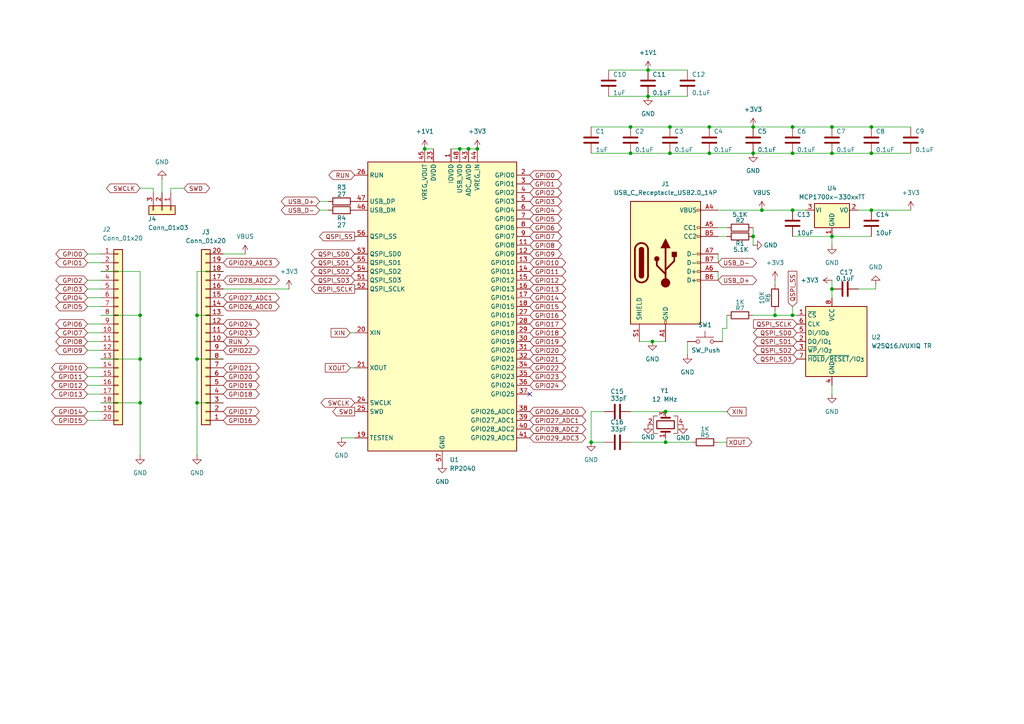
<source format=kicad_sch>
(kicad_sch (version 20250114) (generator "eeschema") (generator_version "9.0")
  (paper "A4")
  (lib_symbols
    (symbol "Connector:USB_C_Receptacle_USB2.0_14P" (pin_names (offset 1.016))
      (property "Reference" "J" (at 0 22.225 0))
      (property "Value" "USB_C_Receptacle_USB2.0_14P" (at 0 19.685 0))
      (symbol "USB_C_Receptacle_USB2.0_14P_0_0"
        (rectangle (start -0.254 -17.78) (end 0.254 -16.764))
        (rectangle (start 10.16 15.494) (end 9.144 14.986))
        (rectangle (start 10.16 10.414) (end 9.144 9.906))
        (rectangle (start 10.16 7.874) (end 9.144 7.366))
        (rectangle (start 10.16 2.794) (end 9.144 2.286))
        (rectangle (start 10.16 0.254) (end 9.144 -0.254))
        (rectangle (start 10.16 -2.286) (end 9.144 -2.794))
        (rectangle (start 10.16 -4.826) (end 9.144 -5.334))
      )
      (symbol "USB_C_Receptacle_USB2.0_14P_0_1"
        (rectangle (start -10.16 17.78) (end 10.16 -17.78) (stroke (width 0.254)) (fill (type background)))
        (polyline (pts (xy -8.89 -3.81) (xy -8.89 3.81)) (stroke (width 0.508)))
        (rectangle (start -7.62 -3.81) (end -6.35 3.81) (stroke (width 0.254)) (fill (type outline)))
        (arc (start -7.62 3.81) (mid -6.985 4.4423) (end -6.35 3.81) (stroke (width 0.254)))
        (arc (start -7.62 3.81) (mid -6.985 4.4423) (end -6.35 3.81) (stroke (width 0.254)) (fill (type outline)))
        (arc (start -8.89 3.81) (mid -6.985 5.7067) (end -5.08 3.81) (stroke (width 0.508)))
        (arc (start -5.08 -3.81) (mid -6.985 -5.7067) (end -8.89 -3.81) (stroke (width 0.508)))
        (arc (start -6.35 -3.81) (mid -6.985 -4.4423) (end -7.62 -3.81) (stroke (width 0.254)))
        (arc (start -6.35 -3.81) (mid -6.985 -4.4423) (end -7.62 -3.81) (stroke (width 0.254)) (fill (type outline)))
        (polyline (pts (xy -5.08 3.81) (xy -5.08 -3.81)) (stroke (width 0.508)))
        (circle (center -2.54 1.143) (radius 0.635) (stroke (width 0.254)) (fill (type outline)))
        (polyline (pts (xy -1.27 4.318) (xy 0 6.858) (xy 1.27 4.318) (xy -1.27 4.318)) (stroke (width 0.254)) (fill (type outline)))
        (polyline (pts (xy 0 -2.032) (xy 2.54 0.508) (xy 2.54 1.778)) (stroke (width 0.508)))
        (polyline (pts (xy 0 -3.302) (xy -2.54 -0.762) (xy -2.54 0.508)) (stroke (width 0.508)))
        (polyline (pts (xy 0 -5.842) (xy 0 4.318)) (stroke (width 0.508)))
        (circle (center 0 -5.842) (radius 1.27) (fill (type outline)))
        (rectangle (start 1.905 1.778) (end 3.175 3.048) (stroke (width 0.254)) (fill (type outline)))
      )
      (symbol "USB_C_Receptacle_USB2.0_14P_1_1"
        (pin passive line (at -7.62 -22.86 90) (length 5.08) (name "SHIELD") (number "S1"))
        (pin passive line (at 0 -22.86 90) (length 5.08) (name "GND") (number "A1"))
        (pin passive line (at 0 -22.86 90) (length 5.08) (hide yes) (name "GND") (number "A12"))
        (pin passive line (at 0 -22.86 90) (length 5.08) (hide yes) (name "GND") (number "B1"))
        (pin passive line (at 0 -22.86 90) (length 5.08) (hide yes) (name "GND") (number "B12"))
        (pin passive line (at 15.24 15.24 180) (length 5.08) (name "VBUS") (number "A4"))
        (pin passive line (at 15.24 15.24 180) (length 5.08) (hide yes) (name "VBUS") (number "A9"))
        (pin passive line (at 15.24 15.24 180) (length 5.08) (hide yes) (name "VBUS") (number "B4"))
        (pin passive line (at 15.24 15.24 180) (length 5.08) (hide yes) (name "VBUS") (number "B9"))
        (pin bidirectional line (at 15.24 10.16 180) (length 5.08) (name "CC1") (number "A5"))
        (pin bidirectional line (at 15.24 7.62 180) (length 5.08) (name "CC2") (number "B5"))
        (pin bidirectional line (at 15.24 2.54 180) (length 5.08) (name "D-") (number "A7"))
        (pin bidirectional line (at 15.24 0 180) (length 5.08) (name "D-") (number "B7"))
        (pin bidirectional line (at 15.24 -2.54 180) (length 5.08) (name "D+") (number "A6"))
        (pin bidirectional line (at 15.24 -5.08 180) (length 5.08) (name "D+") (number "B6"))
      )
    )
    (symbol "Connector_Generic:Conn_01x03" (pin_names (offset 1.016) (hide yes))
      (property "Reference" "J" (at 0 5.08 0))
      (property "Value" "Conn_01x03" (at 0 -5.08 0))
      (symbol "Conn_01x03_1_1"
        (rectangle (start -1.27 3.81) (end 1.27 -3.81) (stroke (width 0.254)) (fill (type background)))
        (rectangle (start -1.27 2.667) (end 0 2.413) (stroke (width 0.1524)))
        (rectangle (start -1.27 0.127) (end 0 -0.127) (stroke (width 0.1524)))
        (rectangle (start -1.27 -2.413) (end 0 -2.667) (stroke (width 0.1524)))
        (pin passive line (at -5.08 2.54 0) (length 3.81) (name "Pin_1") (number "1"))
        (pin passive line (at -5.08 0 0) (length 3.81) (name "Pin_2") (number "2"))
        (pin passive line (at -5.08 -2.54 0) (length 3.81) (name "Pin_3") (number "3"))
      )
    )
    (symbol "Connector_Generic:Conn_01x20" (pin_names (offset 1.016) (hide yes))
      (property "Reference" "J" (at 0 25.4 0))
      (property "Value" "Conn_01x20" (at 0 -27.94 0))
      (symbol "Conn_01x20_1_1"
        (rectangle (start -1.27 24.13) (end 1.27 -26.67) (stroke (width 0.254)) (fill (type background)))
        (rectangle (start -1.27 22.987) (end 0 22.733) (stroke (width 0.1524)))
        (rectangle (start -1.27 20.447) (end 0 20.193) (stroke (width 0.1524)))
        (rectangle (start -1.27 17.907) (end 0 17.653) (stroke (width 0.1524)))
        (rectangle (start -1.27 15.367) (end 0 15.113) (stroke (width 0.1524)))
        (rectangle (start -1.27 12.827) (end 0 12.573) (stroke (width 0.1524)))
        (rectangle (start -1.27 10.287) (end 0 10.033) (stroke (width 0.1524)))
        (rectangle (start -1.27 7.747) (end 0 7.493) (stroke (width 0.1524)))
        (rectangle (start -1.27 5.207) (end 0 4.953) (stroke (width 0.1524)))
        (rectangle (start -1.27 2.667) (end 0 2.413) (stroke (width 0.1524)))
        (rectangle (start -1.27 0.127) (end 0 -0.127) (stroke (width 0.1524)))
        (rectangle (start -1.27 -2.413) (end 0 -2.667) (stroke (width 0.1524)))
        (rectangle (start -1.27 -4.953) (end 0 -5.207) (stroke (width 0.1524)))
        (rectangle (start -1.27 -7.493) (end 0 -7.747) (stroke (width 0.1524)))
        (rectangle (start -1.27 -10.033) (end 0 -10.287) (stroke (width 0.1524)))
        (rectangle (start -1.27 -12.573) (end 0 -12.827) (stroke (width 0.1524)))
        (rectangle (start -1.27 -15.113) (end 0 -15.367) (stroke (width 0.1524)))
        (rectangle (start -1.27 -17.653) (end 0 -17.907) (stroke (width 0.1524)))
        (rectangle (start -1.27 -20.193) (end 0 -20.447) (stroke (width 0.1524)))
        (rectangle (start -1.27 -22.733) (end 0 -22.987) (stroke (width 0.1524)))
        (rectangle (start -1.27 -25.273) (end 0 -25.527) (stroke (width 0.1524)))
        (pin passive line (at -5.08 22.86 0) (length 3.81) (name "Pin_1") (number "1"))
        (pin passive line (at -5.08 20.32 0) (length 3.81) (name "Pin_2") (number "2"))
        (pin passive line (at -5.08 17.78 0) (length 3.81) (name "Pin_3") (number "3"))
        (pin passive line (at -5.08 15.24 0) (length 3.81) (name "Pin_4") (number "4"))
        (pin passive line (at -5.08 12.7 0) (length 3.81) (name "Pin_5") (number "5"))
        (pin passive line (at -5.08 10.16 0) (length 3.81) (name "Pin_6") (number "6"))
        (pin passive line (at -5.08 7.62 0) (length 3.81) (name "Pin_7") (number "7"))
        (pin passive line (at -5.08 5.08 0) (length 3.81) (name "Pin_8") (number "8"))
        (pin passive line (at -5.08 2.54 0) (length 3.81) (name "Pin_9") (number "9"))
        (pin passive line (at -5.08 0 0) (length 3.81) (name "Pin_10") (number "10"))
        (pin passive line (at -5.08 -2.54 0) (length 3.81) (name "Pin_11") (number "11"))
        (pin passive line (at -5.08 -5.08 0) (length 3.81) (name "Pin_12") (number "12"))
        (pin passive line (at -5.08 -7.62 0) (length 3.81) (name "Pin_13") (number "13"))
        (pin passive line (at -5.08 -10.16 0) (length 3.81) (name "Pin_14") (number "14"))
        (pin passive line (at -5.08 -12.7 0) (length 3.81) (name "Pin_15") (number "15"))
        (pin passive line (at -5.08 -15.24 0) (length 3.81) (name "Pin_16") (number "16"))
        (pin passive line (at -5.08 -17.78 0) (length 3.81) (name "Pin_17") (number "17"))
        (pin passive line (at -5.08 -20.32 0) (length 3.81) (name "Pin_18") (number "18"))
        (pin passive line (at -5.08 -22.86 0) (length 3.81) (name "Pin_19") (number "19"))
        (pin passive line (at -5.08 -25.4 0) (length 3.81) (name "Pin_20") (number "20"))
      )
    )
    (symbol "Device:C" (pin_numbers (hide yes)) (pin_names (offset 0.254))
      (property "Reference" "C" (at 0.635 2.54 0))
      (property "Value" "C" (at 0.635 -2.54 0))
      (symbol "C_0_1"
        (polyline (pts (xy -2.032 0.762) (xy 2.032 0.762)) (stroke (width 0.508)))
        (polyline (pts (xy -2.032 -0.762) (xy 2.032 -0.762)) (stroke (width 0.508)))
      )
      (symbol "C_1_1"
        (pin passive line (at 0 3.81 270) (length 2.794) (name "~") (number "1"))
        (pin passive line (at 0 -3.81 90) (length 2.794) (name "~") (number "2"))
      )
    )
    (symbol "Device:Crystal_GND24" (pin_names (offset 1.016) (hide yes))
      (property "Reference" "Y" (at 3.175 5.08 0))
      (property "Value" "Crystal_GND24" (at 3.175 3.175 0))
      (symbol "Crystal_GND24_0_1"
        (polyline (pts (xy -2.54 2.286) (xy -2.54 3.556) (xy 2.54 3.556) (xy 2.54 2.286)))
        (polyline (pts (xy -2.54 0) (xy -2.032 0)))
        (polyline (pts (xy -2.54 -2.286) (xy -2.54 -3.556) (xy 2.54 -3.556) (xy 2.54 -2.286)))
        (polyline (pts (xy -2.032 -1.27) (xy -2.032 1.27)) (stroke (width 0.508)))
        (rectangle (start -1.143 2.54) (end 1.143 -2.54) (stroke (width 0.3048)))
        (polyline (pts (xy 0 3.556) (xy 0 3.81)))
        (polyline (pts (xy 0 -3.81) (xy 0 -3.556)))
        (polyline (pts (xy 2.032 0) (xy 2.54 0)))
        (polyline (pts (xy 2.032 -1.27) (xy 2.032 1.27)) (stroke (width 0.508)))
      )
      (symbol "Crystal_GND24_1_1"
        (pin passive line (at -3.81 0 0) (length 1.27) (name "1") (number "1"))
        (pin passive line (at 0 5.08 270) (length 1.27) (name "2") (number "2"))
        (pin passive line (at 0 -5.08 90) (length 1.27) (name "4") (number "4"))
        (pin passive line (at 3.81 0 180) (length 1.27) (name "3") (number "3"))
      )
    )
    (symbol "Device:R" (pin_numbers (hide yes)) (pin_names (offset 0))
      (property "Reference" "R" (at 2.032 0 90))
      (property "Value" "R" (at 0 0 90))
      (symbol "R_0_1"
        (rectangle (start -1.016 -2.54) (end 1.016 2.54) (stroke (width 0.254)))
      )
      (symbol "R_1_1"
        (pin passive line (at 0 3.81 270) (length 1.27) (name "~") (number "1"))
        (pin passive line (at 0 -3.81 90) (length 1.27) (name "~") (number "2"))
      )
    )
    (symbol "MCU_RaspberryPi:RP2040"
      (property "Reference" "U" (at 17.78 45.72 0))
      (property "Value" "RP2040" (at 17.78 43.18 0))
      (symbol "RP2040_0_1"
        (rectangle (start -21.59 41.91) (end 21.59 -41.91) (stroke (width 0.254)) (fill (type background)))
      )
      (symbol "RP2040_1_1"
        (pin input line (at -25.4 38.1 0) (length 3.81) (name "RUN") (number "26"))
        (pin bidirectional line (at -25.4 30.48 0) (length 3.81) (name "USB_DP") (number "47"))
        (pin bidirectional line (at -25.4 27.94 0) (length 3.81) (name "USB_DM") (number "46"))
        (pin bidirectional line (at -25.4 20.32 0) (length 3.81) (name "QSPI_SS") (number "56"))
        (pin bidirectional line (at -25.4 15.24 0) (length 3.81) (name "QSPI_SD0") (number "53"))
        (pin bidirectional line (at -25.4 12.7 0) (length 3.81) (name "QSPI_SD1") (number "55"))
        (pin bidirectional line (at -25.4 10.16 0) (length 3.81) (name "QSPI_SD2") (number "54"))
        (pin bidirectional line (at -25.4 7.62 0) (length 3.81) (name "QSPI_SD3") (number "51"))
        (pin output line (at -25.4 5.08 0) (length 3.81) (name "QSPI_SCLK") (number "52"))
        (pin input line (at -25.4 -7.62 0) (length 3.81) (name "XIN") (number "20"))
        (pin passive line (at -25.4 -17.78 0) (length 3.81) (name "XOUT") (number "21"))
        (pin input line (at -25.4 -27.94 0) (length 3.81) (name "SWCLK") (number "24"))
        (pin bidirectional line (at -25.4 -30.48 0) (length 3.81) (name "SWD") (number "25"))
        (pin input line (at -25.4 -38.1 0) (length 3.81) (name "TESTEN") (number "19"))
        (pin power_out line (at -5.08 45.72 270) (length 3.81) (name "VREG_VOUT") (number "45"))
        (pin power_in line (at -2.54 45.72 270) (length 3.81) (name "DVDD") (number "23"))
        (pin passive line (at -2.54 45.72 270) (length 3.81) (hide yes) (name "DVDD") (number "50"))
        (pin power_in line (at 0 -45.72 90) (length 3.81) (name "GND") (number "57"))
        (pin power_in line (at 2.54 45.72 270) (length 3.81) (name "IOVDD") (number "1"))
        (pin passive line (at 2.54 45.72 270) (length 3.81) (hide yes) (name "IOVDD") (number "10"))
        (pin passive line (at 2.54 45.72 270) (length 3.81) (hide yes) (name "IOVDD") (number "22"))
        (pin passive line (at 2.54 45.72 270) (length 3.81) (hide yes) (name "IOVDD") (number "33"))
        (pin passive line (at 2.54 45.72 270) (length 3.81) (hide yes) (name "IOVDD") (number "42"))
        (pin passive line (at 2.54 45.72 270) (length 3.81) (hide yes) (name "IOVDD") (number "49"))
        (pin power_in line (at 5.08 45.72 270) (length 3.81) (name "USB_VDD") (number "48"))
        (pin power_in line (at 7.62 45.72 270) (length 3.81) (name "ADC_AVDD") (number "43"))
        (pin power_in line (at 10.16 45.72 270) (length 3.81) (name "VREG_IN") (number "44"))
        (pin bidirectional line (at 25.4 38.1 180) (length 3.81) (name "GPIO0") (number "2"))
        (pin bidirectional line (at 25.4 35.56 180) (length 3.81) (name "GPIO1") (number "3"))
        (pin bidirectional line (at 25.4 33.02 180) (length 3.81) (name "GPIO2") (number "4"))
        (pin bidirectional line (at 25.4 30.48 180) (length 3.81) (name "GPIO3") (number "5"))
        (pin bidirectional line (at 25.4 27.94 180) (length 3.81) (name "GPIO4") (number "6"))
        (pin bidirectional line (at 25.4 25.4 180) (length 3.81) (name "GPIO5") (number "7"))
        (pin bidirectional line (at 25.4 22.86 180) (length 3.81) (name "GPIO6") (number "8"))
        (pin bidirectional line (at 25.4 20.32 180) (length 3.81) (name "GPIO7") (number "9"))
        (pin bidirectional line (at 25.4 17.78 180) (length 3.81) (name "GPIO8") (number "11"))
        (pin bidirectional line (at 25.4 15.24 180) (length 3.81) (name "GPIO9") (number "12"))
        (pin bidirectional line (at 25.4 12.7 180) (length 3.81) (name "GPIO10") (number "13"))
        (pin bidirectional line (at 25.4 10.16 180) (length 3.81) (name "GPIO11") (number "14"))
        (pin bidirectional line (at 25.4 7.62 180) (length 3.81) (name "GPIO12") (number "15"))
        (pin bidirectional line (at 25.4 5.08 180) (length 3.81) (name "GPIO13") (number "16"))
        (pin bidirectional line (at 25.4 2.54 180) (length 3.81) (name "GPIO14") (number "17"))
        (pin bidirectional line (at 25.4 0 180) (length 3.81) (name "GPIO15") (number "18"))
        (pin bidirectional line (at 25.4 -2.54 180) (length 3.81) (name "GPIO16") (number "27"))
        (pin bidirectional line (at 25.4 -5.08 180) (length 3.81) (name "GPIO17") (number "28"))
        (pin bidirectional line (at 25.4 -7.62 180) (length 3.81) (name "GPIO18") (number "29"))
        (pin bidirectional line (at 25.4 -10.16 180) (length 3.81) (name "GPIO19") (number "30"))
        (pin bidirectional line (at 25.4 -12.7 180) (length 3.81) (name "GPIO20") (number "31"))
        (pin bidirectional line (at 25.4 -15.24 180) (length 3.81) (name "GPIO21") (number "32"))
        (pin bidirectional line (at 25.4 -17.78 180) (length 3.81) (name "GPIO22") (number "34"))
        (pin bidirectional line (at 25.4 -20.32 180) (length 3.81) (name "GPIO23") (number "35"))
        (pin bidirectional line (at 25.4 -22.86 180) (length 3.81) (name "GPIO24") (number "36"))
        (pin bidirectional line (at 25.4 -25.4 180) (length 3.81) (name "GPIO25") (number "37"))
        (pin bidirectional line (at 25.4 -30.48 180) (length 3.81) (name "GPIO26_ADC0") (number "38"))
        (pin bidirectional line (at 25.4 -33.02 180) (length 3.81) (name "GPIO27_ADC1") (number "39"))
        (pin bidirectional line (at 25.4 -35.56 180) (length 3.81) (name "GPIO28_ADC2") (number "40"))
        (pin bidirectional line (at 25.4 -38.1 180) (length 3.81) (name "GPIO29_ADC3") (number "41"))
      )
    )
    (symbol "Memory_Flash:W25Q128JVS"
      (property "Reference" "U" (at -6.35 11.43 0))
      (property "Value" "W25Q128JVS" (at 7.62 11.43 0))
      (symbol "W25Q128JVS_0_1"
        (rectangle (start -7.62 10.16) (end 10.16 -10.16) (stroke (width 0.254)) (fill (type background)))
      )
      (symbol "W25Q128JVS_1_1"
        (pin input line (at -10.16 7.62 0) (length 2.54) (name "~{CS}") (number "1"))
        (pin input line (at -10.16 5.08 0) (length 2.54) (name "CLK") (number "6"))
        (pin bidirectional line (at -10.16 2.54 0) (length 2.54) (name "DI/IO_{0}") (number "5"))
        (pin bidirectional line (at -10.16 0 0) (length 2.54) (name "DO/IO_{1}") (number "2"))
        (pin bidirectional line (at -10.16 -2.54 0) (length 2.54) (name "~{WP}/IO_{2}") (number "3"))
        (pin bidirectional line (at -10.16 -5.08 0) (length 2.54) (name "~{HOLD}/~{RESET}/IO_{3}") (number "7"))
        (pin power_in line (at 0 12.7 270) (length 2.54) (name "VCC") (number "8"))
        (pin power_in line (at 0 -12.7 90) (length 2.54) (name "GND") (number "4"))
      )
    )
    (symbol "Regulator_Linear:MCP1700x-330xxTT" (pin_names (offset 0.254))
      (property "Reference" "U" (at -3.81 3.175 0))
      (property "Value" "MCP1700x-330xxTT" (at 0 3.175 0))
      (symbol "MCP1700x-330xxTT_0_1"
        (rectangle (start -5.08 1.905) (end 5.08 -5.08) (stroke (width 0.254)) (fill (type background)))
      )
      (symbol "MCP1700x-330xxTT_1_1"
        (pin power_in line (at -7.62 0 0) (length 2.54) (name "VI") (number "3"))
        (pin power_in line (at 0 -7.62 90) (length 2.54) (name "GND") (number "1"))
        (pin power_out line (at 7.62 0 180) (length 2.54) (name "VO") (number "2"))
      )
    )
    (symbol "Switch:SW_Push" (pin_numbers (hide yes)) (pin_names (offset 1.016) (hide yes))
      (property "Reference" "SW" (at 1.27 2.54 0))
      (property "Value" "SW_Push" (at 0 -1.524 0))
      (symbol "SW_Push_0_1"
        (circle (center -2.032 0) (radius 0.508))
        (polyline (pts (xy 0 1.27) (xy 0 3.048)))
        (circle (center 2.032 0) (radius 0.508))
        (polyline (pts (xy 2.54 1.27) (xy -2.54 1.27)))
        (pin passive line (at -5.08 0 0) (length 2.54) (name "1") (number "1"))
        (pin passive line (at 5.08 0 180) (length 2.54) (name "2") (number "2"))
      )
    )
    (symbol "power:+1V1" (power) (pin_numbers (hide yes)) (pin_names (offset 0) (hide yes))
      (property "Value" "+1V1" (at 0 3.556 0))
      (symbol "+1V1_0_1"
        (polyline (pts (xy -0.762 1.27) (xy 0 2.54)))
        (polyline (pts (xy 0 2.54) (xy 0.762 1.27)))
        (polyline (pts (xy 0 0) (xy 0 2.54)))
      )
      (symbol "+1V1_1_1"
        (pin power_in line (at 0 0 90) (length 0) (name "~") (number "1"))
      )
    )
    (symbol "power:+3V3" (power) (pin_numbers (hide yes)) (pin_names (offset 0) (hide yes))
      (property "Value" "+3V3" (at 0 3.556 0))
      (symbol "+3V3_0_1"
        (polyline (pts (xy -0.762 1.27) (xy 0 2.54)))
        (polyline (pts (xy 0 2.54) (xy 0.762 1.27)))
        (polyline (pts (xy 0 0) (xy 0 2.54)))
      )
      (symbol "+3V3_1_1"
        (pin power_in line (at 0 0 90) (length 0) (name "~") (number "1"))
      )
    )
    (symbol "power:GND" (power) (pin_numbers (hide yes)) (pin_names (offset 0) (hide yes))
      (property "Value" "GND" (at 0 -3.81 0))
      (symbol "GND_0_1"
        (polyline (pts (xy 0 0) (xy 0 -1.27) (xy 1.27 -1.27) (xy 0 -2.54) (xy -1.27 -1.27) (xy 0 -1.27)))
      )
      (symbol "GND_1_1"
        (pin power_in line (at 0 0 270) (length 0) (name "~") (number "1"))
      )
    )
    (symbol "power:VBUS" (power) (pin_numbers (hide yes)) (pin_names (offset 0) (hide yes))
      (property "Value" "VBUS" (at 0 3.556 0))
      (symbol "VBUS_0_1"
        (polyline (pts (xy -0.762 1.27) (xy 0 2.54)))
        (polyline (pts (xy 0 2.54) (xy 0.762 1.27)))
        (polyline (pts (xy 0 0) (xy 0 2.54)))
      )
      (symbol "VBUS_1_1"
        (pin power_in line (at 0 0 90) (length 0) (name "~") (number "1"))
      )
    )
  )
  (junction (at 189.23 99.06))
  (junction (at 133.35 43.18))
  (junction (at 187.96 20.32))
  (junction (at 252.73 44.45))
  (junction (at 241.3 68.58))
  (junction (at 220.98 60.96))
  (junction (at 40.64 104.14))
  (junction (at 241.3 36.83))
  (junction (at 57.15 91.44))
  (junction (at 218.44 44.45))
  (junction (at 194.31 44.45))
  (junction (at 218.44 36.83))
  (junction (at 57.15 116.84))
  (junction (at 193.04 128.27))
  (junction (at 218.44 68.58))
  (junction (at 40.64 116.84))
  (junction (at 57.15 104.14))
  (junction (at 187.96 27.94))
  (junction (at 252.73 36.83))
  (junction (at 135.89 43.18))
  (junction (at 205.74 44.45))
  (junction (at 171.45 128.27))
  (junction (at 224.79 91.44))
  (junction (at 193.04 119.38))
  (junction (at 194.31 36.83))
  (junction (at 241.3 44.45))
  (junction (at 229.87 36.83))
  (junction (at 123.19 43.18))
  (junction (at 229.87 60.96))
  (junction (at 252.73 60.96))
  (junction (at 138.43 43.18))
  (junction (at 40.64 91.44))
  (junction (at 182.88 36.83))
  (junction (at 241.3 83.82))
  (junction (at 182.88 44.45))
  (junction (at 205.74 36.83))
  (junction (at 229.87 44.45))
  (junction (at 229.87 91.44))
  (no_connect (at 153.67 114.3))
  (wire (pts (xy 254 82.55) (xy 254 83.82)))
  (wire (pts (xy 64.77 73.66) (xy 71.12 73.66)))
  (wire (pts (xy 25.4 73.66) (xy 29.21 73.66)))
  (wire (pts (xy 205.74 36.83) (xy 218.44 36.83)))
  (wire (pts (xy 208.28 68.58) (xy 210.82 68.58)))
  (wire (pts (xy 185.42 99.06) (xy 189.23 99.06)))
  (wire (pts (xy 40.64 116.84) (xy 40.64 132.08)))
  (wire (pts (xy 182.88 119.38) (xy 193.04 119.38)))
  (wire (pts (xy 25.4 96.52) (xy 29.21 96.52)))
  (wire (pts (xy 25.4 81.28) (xy 29.21 81.28)))
  (wire (pts (xy 57.15 78.74) (xy 57.15 91.44)))
  (wire (pts (xy 25.4 83.82) (xy 29.21 83.82)))
  (wire (pts (xy 135.89 43.18) (xy 138.43 43.18)))
  (wire (pts (xy 25.4 101.6) (xy 29.21 101.6)))
  (wire (pts (xy 224.79 90.17) (xy 224.79 91.44)))
  (wire (pts (xy 123.19 43.18) (xy 125.73 43.18)))
  (wire (pts (xy 208.28 73.66) (xy 208.28 76.2)))
  (wire (pts (xy 133.35 43.18) (xy 135.89 43.18)))
  (wire (pts (xy 40.64 54.61) (xy 44.45 54.61)))
  (wire (pts (xy 171.45 36.83) (xy 182.88 36.83)))
  (wire (pts (xy 25.4 121.92) (xy 29.21 121.92)))
  (wire (pts (xy 229.87 44.45) (xy 241.3 44.45)))
  (wire (pts (xy 208.28 128.27) (xy 210.82 128.27)))
  (wire (pts (xy 187.96 20.32) (xy 199.39 20.32)))
  (wire (pts (xy 25.4 114.3) (xy 29.21 114.3)))
  (wire (pts (xy 220.98 60.96) (xy 229.87 60.96)))
  (wire (pts (xy 182.88 44.45) (xy 194.31 44.45)))
  (wire (pts (xy 92.71 58.42) (xy 95.25 58.42)))
  (wire (pts (xy 25.4 88.9) (xy 29.21 88.9)))
  (wire (pts (xy 92.71 60.96) (xy 95.25 60.96)))
  (wire (pts (xy 46.99 52.07) (xy 46.99 55.88)))
  (wire (pts (xy 57.15 116.84) (xy 57.15 132.08)))
  (wire (pts (xy 182.88 128.27) (xy 193.04 128.27)))
  (wire (pts (xy 44.45 54.61) (xy 44.45 55.88)))
  (wire (pts (xy 194.31 44.45) (xy 205.74 44.45)))
  (wire (pts (xy 25.4 109.22) (xy 29.21 109.22)))
  (wire (pts (xy 40.64 78.74) (xy 40.64 91.44)))
  (wire (pts (xy 101.6 106.68) (xy 102.87 106.68)))
  (wire (pts (xy 218.44 68.58) (xy 218.44 71.12)))
  (wire (pts (xy 241.3 68.58) (xy 241.3 71.12)))
  (wire (pts (xy 208.28 60.96) (xy 220.98 60.96)))
  (wire (pts (xy 218.44 36.83) (xy 229.87 36.83)))
  (wire (pts (xy 25.4 93.98) (xy 29.21 93.98)))
  (wire (pts (xy 241.3 111.76) (xy 241.3 114.3)))
  (wire (pts (xy 224.79 91.44) (xy 229.87 91.44)))
  (wire (pts (xy 189.23 99.06) (xy 193.04 99.06)))
  (wire (pts (xy 248.92 60.96) (xy 252.73 60.96)))
  (wire (pts (xy 241.3 83.82) (xy 241.3 86.36)))
  (wire (pts (xy 182.88 36.83) (xy 194.31 36.83)))
  (wire (pts (xy 25.4 111.76) (xy 29.21 111.76)))
  (wire (pts (xy 130.81 43.18) (xy 133.35 43.18)))
  (wire (pts (xy 229.87 36.83) (xy 241.3 36.83)))
  (wire (pts (xy 175.26 119.38) (xy 171.45 119.38)))
  (wire (pts (xy 57.15 104.14) (xy 64.77 104.14)))
  (wire (pts (xy 176.53 27.94) (xy 187.96 27.94)))
  (wire (pts (xy 171.45 128.27) (xy 175.26 128.27)))
  (wire (pts (xy 193.04 119.38) (xy 210.82 119.38)))
  (wire (pts (xy 25.4 99.06) (xy 29.21 99.06)))
  (wire (pts (xy 29.21 116.84) (xy 40.64 116.84)))
  (wire (pts (xy 224.79 81.28) (xy 224.79 82.55)))
  (wire (pts (xy 29.21 104.14) (xy 40.64 104.14)))
  (wire (pts (xy 248.92 83.82) (xy 254 83.82)))
  (wire (pts (xy 57.15 104.14) (xy 57.15 116.84)))
  (wire (pts (xy 229.87 91.44) (xy 231.14 91.44)))
  (wire (pts (xy 210.82 66.04) (xy 208.28 66.04)))
  (wire (pts (xy 25.4 119.38) (xy 29.21 119.38)))
  (wire (pts (xy 57.15 116.84) (xy 64.77 116.84)))
  (wire (pts (xy 210.82 91.44) (xy 210.82 95.25)))
  (wire (pts (xy 187.96 27.94) (xy 199.39 27.94)))
  (wire (pts (xy 208.28 78.74) (xy 208.28 81.28)))
  (wire (pts (xy 25.4 76.2) (xy 29.21 76.2)))
  (wire (pts (xy 241.3 36.83) (xy 252.73 36.83)))
  (wire (pts (xy 193.04 127) (xy 193.04 128.27)))
  (wire (pts (xy 40.64 104.14) (xy 40.64 116.84)))
  (wire (pts (xy 25.4 86.36) (xy 29.21 86.36)))
  (wire (pts (xy 252.73 44.45) (xy 264.16 44.45)))
  (wire (pts (xy 29.21 91.44) (xy 40.64 91.44)))
  (wire (pts (xy 57.15 91.44) (xy 64.77 91.44)))
  (wire (pts (xy 209.55 95.25) (xy 210.82 95.25)))
  (wire (pts (xy 229.87 60.96) (xy 233.68 60.96)))
  (wire (pts (xy 193.04 128.27) (xy 200.66 128.27)))
  (wire (pts (xy 101.6 96.52) (xy 102.87 96.52)))
  (wire (pts (xy 209.55 95.25) (xy 209.55 99.06)))
  (wire (pts (xy 229.87 88.9) (xy 229.87 91.44)))
  (wire (pts (xy 99.06 127) (xy 102.87 127)))
  (wire (pts (xy 241.3 44.45) (xy 252.73 44.45)))
  (wire (pts (xy 40.64 91.44) (xy 40.64 104.14)))
  (wire (pts (xy 171.45 44.45) (xy 182.88 44.45)))
  (wire (pts (xy 57.15 78.74) (xy 64.77 78.74)))
  (wire (pts (xy 199.39 99.06) (xy 199.39 102.87)))
  (wire (pts (xy 49.53 54.61) (xy 53.34 54.61)))
  (wire (pts (xy 25.4 106.68) (xy 29.21 106.68)))
  (wire (pts (xy 241.3 68.58) (xy 252.73 68.58)))
  (wire (pts (xy 194.31 36.83) (xy 205.74 36.83)))
  (wire (pts (xy 49.53 55.88) (xy 49.53 54.61)))
  (wire (pts (xy 229.87 68.58) (xy 241.3 68.58)))
  (wire (pts (xy 171.45 119.38) (xy 171.45 128.27)))
  (wire (pts (xy 218.44 91.44) (xy 224.79 91.44)))
  (wire (pts (xy 218.44 66.04) (xy 218.44 68.58)))
  (wire (pts (xy 176.53 20.32) (xy 187.96 20.32)))
  (wire (pts (xy 64.77 83.82) (xy 83.82 83.82)))
  (wire (pts (xy 252.73 36.83) (xy 264.16 36.83)))
  (wire (pts (xy 218.44 44.45) (xy 229.87 44.45)))
  (wire (pts (xy 29.21 78.74) (xy 40.64 78.74)))
  (wire (pts (xy 205.74 44.45) (xy 218.44 44.45)))
  (wire (pts (xy 241.3 81.28) (xy 241.3 83.82)))
  (wire (pts (xy 57.15 91.44) (xy 57.15 104.14)))
  (wire (pts (xy 252.73 60.96) (xy 264.16 60.96)))
  (global_label "GPIO13" (shape bidirectional) (at 25.4 114.3 180) (property "Intersheetrefs" "${INTERSHEET_REFS}" (effects (hide yes))))
  (global_label "QSPI_SS" (shape output) (at 102.87 68.58 180) (property "Intersheetrefs" "${INTERSHEET_REFS}" (effects (hide yes))))
  (global_label "QSPI_SD0" (shape bidirectional) (at 102.87 73.66 180) (property "Intersheetrefs" "${INTERSHEET_REFS}" (effects (hide yes))))
  (global_label "XOUT" (shape output) (at 210.82 128.27 0) (property "Intersheetrefs" "${INTERSHEET_REFS}" (effects (hide yes))))
  (global_label "GPIO20" (shape bidirectional) (at 64.77 109.22 0) (property "Intersheetrefs" "${INTERSHEET_REFS}" (effects (hide yes))))
  (global_label "QSPI_SD1" (shape bidirectional) (at 102.87 76.2 180) (property "Intersheetrefs" "${INTERSHEET_REFS}" (effects (hide yes))))
  (global_label "GPIO19" (shape bidirectional) (at 153.67 99.06 0) (property "Intersheetrefs" "${INTERSHEET_REFS}" (effects (hide yes))))
  (global_label "XIN" (shape input) (at 210.82 119.38 0) (property "Intersheetrefs" "${INTERSHEET_REFS}" (effects (hide yes))))
  (global_label "SWCLK" (shape bidirectional) (at 40.64 54.61 180) (property "Intersheetrefs" "${INTERSHEET_REFS}" (effects (hide yes))))
  (global_label "USB_D+" (shape bidirectional) (at 92.71 58.42 180) (property "Intersheetrefs" "${INTERSHEET_REFS}" (effects (hide yes))))
  (global_label "SWCLK" (shape bidirectional) (at 102.87 116.84 180) (property "Intersheetrefs" "${INTERSHEET_REFS}" (effects (hide yes))))
  (global_label "GPIO11" (shape bidirectional) (at 25.4 109.22 180) (property "Intersheetrefs" "${INTERSHEET_REFS}" (effects (hide yes))))
  (global_label "QSPI_SS" (shape input) (at 229.87 88.9 90) (property "Intersheetrefs" "${INTERSHEET_REFS}" (effects (hide yes))))
  (global_label "GPIO20" (shape bidirectional) (at 153.67 101.6 0) (property "Intersheetrefs" "${INTERSHEET_REFS}" (effects (hide yes))))
  (global_label "GPIO0" (shape bidirectional) (at 153.67 50.8 0) (property "Intersheetrefs" "${INTERSHEET_REFS}" (effects (hide yes))))
  (global_label "USB_D-" (shape bidirectional) (at 92.71 60.96 180) (property "Intersheetrefs" "${INTERSHEET_REFS}" (effects (hide yes))))
  (global_label "GPIO11" (shape bidirectional) (at 153.67 78.74 0) (property "Intersheetrefs" "${INTERSHEET_REFS}" (effects (hide yes))))
  (global_label "GPIO6" (shape bidirectional) (at 153.67 66.04 0) (property "Intersheetrefs" "${INTERSHEET_REFS}" (effects (hide yes))))
  (global_label "GPIO7" (shape bidirectional) (at 153.67 68.58 0) (property "Intersheetrefs" "${INTERSHEET_REFS}" (effects (hide yes))))
  (global_label "GPIO16" (shape bidirectional) (at 64.77 121.92 0) (property "Intersheetrefs" "${INTERSHEET_REFS}" (effects (hide yes))))
  (global_label "GPIO22" (shape bidirectional) (at 153.67 106.68 0) (property "Intersheetrefs" "${INTERSHEET_REFS}" (effects (hide yes))))
  (global_label "GPIO24" (shape bidirectional) (at 64.77 93.98 0) (property "Intersheetrefs" "${INTERSHEET_REFS}" (effects (hide yes))))
  (global_label "GPIO8" (shape bidirectional) (at 25.4 99.06 180) (property "Intersheetrefs" "${INTERSHEET_REFS}" (effects (hide yes))))
  (global_label "XIN" (shape input) (at 101.6 96.52 180) (property "Intersheetrefs" "${INTERSHEET_REFS}" (effects (hide yes))))
  (global_label "GPIO27_ADC1" (shape bidirectional) (at 153.67 121.92 0) (property "Intersheetrefs" "${INTERSHEET_REFS}" (effects (hide yes))))
  (global_label "USB_D+" (shape bidirectional) (at 208.28 81.28 0) (property "Intersheetrefs" "${INTERSHEET_REFS}" (effects (hide yes))))
  (global_label "GPIO6" (shape bidirectional) (at 25.4 93.98 180) (property "Intersheetrefs" "${INTERSHEET_REFS}" (effects (hide yes))))
  (global_label "GPIO12" (shape bidirectional) (at 25.4 111.76 180) (property "Intersheetrefs" "${INTERSHEET_REFS}" (effects (hide yes))))
  (global_label "QSPI_SCLK" (shape output) (at 102.87 83.82 180) (property "Intersheetrefs" "${INTERSHEET_REFS}" (effects (hide yes))))
  (global_label "GPIO1" (shape bidirectional) (at 153.67 53.34 0) (property "Intersheetrefs" "${INTERSHEET_REFS}" (effects (hide yes))))
  (global_label "GPIO18" (shape bidirectional) (at 153.67 96.52 0) (property "Intersheetrefs" "${INTERSHEET_REFS}" (effects (hide yes))))
  (global_label "GPIO26_ADC0" (shape bidirectional) (at 153.67 119.38 0) (property "Intersheetrefs" "${INTERSHEET_REFS}" (effects (hide yes))))
  (global_label "GPIO17" (shape bidirectional) (at 64.77 119.38 0) (property "Intersheetrefs" "${INTERSHEET_REFS}" (effects (hide yes))))
  (global_label "GPIO27_ADC1" (shape bidirectional) (at 64.77 86.36 0) (property "Intersheetrefs" "${INTERSHEET_REFS}" (effects (hide yes))))
  (global_label "QSPI_SD2" (shape bidirectional) (at 231.14 101.6 180) (property "Intersheetrefs" "${INTERSHEET_REFS}" (effects (hide yes))))
  (global_label "GPIO19" (shape bidirectional) (at 64.77 111.76 0) (property "Intersheetrefs" "${INTERSHEET_REFS}" (effects (hide yes))))
  (global_label "GPIO17" (shape bidirectional) (at 153.67 93.98 0) (property "Intersheetrefs" "${INTERSHEET_REFS}" (effects (hide yes))))
  (global_label "GPIO28_ADC2" (shape bidirectional) (at 64.77 81.28 0) (property "Intersheetrefs" "${INTERSHEET_REFS}" (effects (hide yes))))
  (global_label "GPIO7" (shape bidirectional) (at 25.4 96.52 180) (property "Intersheetrefs" "${INTERSHEET_REFS}" (effects (hide yes))))
  (global_label "QSPI_SCLK" (shape input) (at 231.14 93.98 180) (property "Intersheetrefs" "${INTERSHEET_REFS}" (effects (hide yes))))
  (global_label "GPIO23" (shape bidirectional) (at 64.77 96.52 0) (property "Intersheetrefs" "${INTERSHEET_REFS}" (effects (hide yes))))
  (global_label "GPIO9" (shape bidirectional) (at 25.4 101.6 180) (property "Intersheetrefs" "${INTERSHEET_REFS}" (effects (hide yes))))
  (global_label "GPIO15" (shape bidirectional) (at 25.4 121.92 180) (property "Intersheetrefs" "${INTERSHEET_REFS}" (effects (hide yes))))
  (global_label "GPIO29_ADC3" (shape bidirectional) (at 153.67 127 0) (property "Intersheetrefs" "${INTERSHEET_REFS}" (effects (hide yes))))
  (global_label "GPIO10" (shape bidirectional) (at 153.67 76.2 0) (property "Intersheetrefs" "${INTERSHEET_REFS}" (effects (hide yes))))
  (global_label "QSPI_SD2" (shape bidirectional) (at 102.87 78.74 180) (property "Intersheetrefs" "${INTERSHEET_REFS}" (effects (hide yes))))
  (global_label "GPIO1" (shape bidirectional) (at 25.4 76.2 180) (property "Intersheetrefs" "${INTERSHEET_REFS}" (effects (hide yes))))
  (global_label "GPIO16" (shape bidirectional) (at 153.67 91.44 0) (property "Intersheetrefs" "${INTERSHEET_REFS}" (effects (hide yes))))
  (global_label "QSPI_SD3" (shape bidirectional) (at 102.87 81.28 180) (property "Intersheetrefs" "${INTERSHEET_REFS}" (effects (hide yes))))
  (global_label "GPIO21" (shape bidirectional) (at 153.67 104.14 0) (property "Intersheetrefs" "${INTERSHEET_REFS}" (effects (hide yes))))
  (global_label "GPIO4" (shape bidirectional) (at 153.67 60.96 0) (property "Intersheetrefs" "${INTERSHEET_REFS}" (effects (hide yes))))
  (global_label "GPIO28_ADC2" (shape bidirectional) (at 153.67 124.46 0) (property "Intersheetrefs" "${INTERSHEET_REFS}" (effects (hide yes))))
  (global_label "GPIO10" (shape bidirectional) (at 25.4 106.68 180) (property "Intersheetrefs" "${INTERSHEET_REFS}" (effects (hide yes))))
  (global_label "GPIO4" (shape bidirectional) (at 25.4 86.36 180) (property "Intersheetrefs" "${INTERSHEET_REFS}" (effects (hide yes))))
  (global_label "RUN" (shape bidirectional) (at 102.87 50.8 180) (property "Intersheetrefs" "${INTERSHEET_REFS}" (effects (hide yes))))
  (global_label "GPIO2" (shape bidirectional) (at 25.4 81.28 180) (property "Intersheetrefs" "${INTERSHEET_REFS}" (effects (hide yes))))
  (global_label "SWD" (shape output) (at 102.87 119.38 180) (property "Intersheetrefs" "${INTERSHEET_REFS}" (effects (hide yes))))
  (global_label "GPIO12" (shape bidirectional) (at 153.67 81.28 0) (property "Intersheetrefs" "${INTERSHEET_REFS}" (effects (hide yes))))
  (global_label "QSPI_SD0" (shape bidirectional) (at 231.14 96.52 180) (property "Intersheetrefs" "${INTERSHEET_REFS}" (effects (hide yes))))
  (global_label "GPIO13" (shape bidirectional) (at 153.67 83.82 0) (property "Intersheetrefs" "${INTERSHEET_REFS}" (effects (hide yes))))
  (global_label "GPIO14" (shape bidirectional) (at 25.4 119.38 180) (property "Intersheetrefs" "${INTERSHEET_REFS}" (effects (hide yes))))
  (global_label "GPIO5" (shape bidirectional) (at 153.67 63.5 0) (property "Intersheetrefs" "${INTERSHEET_REFS}" (effects (hide yes))))
  (global_label "GPIO3" (shape bidirectional) (at 153.67 58.42 0) (property "Intersheetrefs" "${INTERSHEET_REFS}" (effects (hide yes))))
  (global_label "USB_D-" (shape bidirectional) (at 208.28 76.2 0) (property "Intersheetrefs" "${INTERSHEET_REFS}" (effects (hide yes))))
  (global_label "GPIO29_ADC3" (shape bidirectional) (at 64.77 76.2 0) (property "Intersheetrefs" "${INTERSHEET_REFS}" (effects (hide yes))))
  (global_label "GPIO2" (shape bidirectional) (at 153.67 55.88 0) (property "Intersheetrefs" "${INTERSHEET_REFS}" (effects (hide yes))))
  (global_label "QSPI_SD3" (shape bidirectional) (at 231.14 104.14 180) (property "Intersheetrefs" "${INTERSHEET_REFS}" (effects (hide yes))))
  (global_label "GPIO26_ADC0" (shape bidirectional) (at 64.77 88.9 0) (property "Intersheetrefs" "${INTERSHEET_REFS}" (effects (hide yes))))
  (global_label "GPIO15" (shape bidirectional) (at 153.67 88.9 0) (property "Intersheetrefs" "${INTERSHEET_REFS}" (effects (hide yes))))
  (global_label "GPIO9" (shape bidirectional) (at 153.67 73.66 0) (property "Intersheetrefs" "${INTERSHEET_REFS}" (effects (hide yes))))
  (global_label "GPIO23" (shape bidirectional) (at 153.67 109.22 0) (property "Intersheetrefs" "${INTERSHEET_REFS}" (effects (hide yes))))
  (global_label "GPIO21" (shape bidirectional) (at 64.77 106.68 0) (property "Intersheetrefs" "${INTERSHEET_REFS}" (effects (hide yes))))
  (global_label "GPIO24" (shape bidirectional) (at 153.67 111.76 0) (property "Intersheetrefs" "${INTERSHEET_REFS}" (effects (hide yes))))
  (global_label "GPIO5" (shape bidirectional) (at 25.4 88.9 180) (property "Intersheetrefs" "${INTERSHEET_REFS}" (effects (hide yes))))
  (global_label "GPIO3" (shape bidirectional) (at 25.4 83.82 180) (property "Intersheetrefs" "${INTERSHEET_REFS}" (effects (hide yes))))
  (global_label "XOUT" (shape input) (at 101.6 106.68 180) (property "Intersheetrefs" "${INTERSHEET_REFS}" (effects (hide yes))))
  (global_label "GPIO0" (shape bidirectional) (at 25.4 73.66 180) (property "Intersheetrefs" "${INTERSHEET_REFS}" (effects (hide yes))))
  (global_label "SWD" (shape bidirectional) (at 53.34 54.61 0) (property "Intersheetrefs" "${INTERSHEET_REFS}" (effects (hide yes))))
  (global_label "GPIO8" (shape bidirectional) (at 153.67 71.12 0) (property "Intersheetrefs" "${INTERSHEET_REFS}" (effects (hide yes))))
  (global_label "RUN" (shape bidirectional) (at 64.77 99.06 0) (property "Intersheetrefs" "${INTERSHEET_REFS}" (effects (hide yes))))
  (global_label "GPIO18" (shape bidirectional) (at 64.77 114.3 0) (property "Intersheetrefs" "${INTERSHEET_REFS}" (effects (hide yes))))
  (global_label "QSPI_SD1" (shape bidirectional) (at 231.14 99.06 180) (property "Intersheetrefs" "${INTERSHEET_REFS}" (effects (hide yes))))
  (global_label "GPIO22" (shape bidirectional) (at 64.77 101.6 0) (property "Intersheetrefs" "${INTERSHEET_REFS}" (effects (hide yes))))
  (global_label "GPIO14" (shape bidirectional) (at 153.67 86.36 0) (property "Intersheetrefs" "${INTERSHEET_REFS}" (effects (hide yes))))
  (symbol (lib_id "Device:C") (at 245.11 83.82 90) (unit 1)
    (property "Reference" "C17" (at 247.396 78.994 90) (effects (justify left)))
    (property "Value" "0.1uF" (at 247.904 80.772 90) (effects (justify left)))
    (property "Footprint" "Capacitor_SMD:C_0402_1005Metric" (effects (hide yes)))
    (property "Description" "Unpolarized capacitor" (effects (hide yes)))
  )
  (symbol (lib_id "Regulator_Linear:MCP1700x-330xxTT") (at 241.3 60.96 0) (unit 1)
    (property "Reference" "U4" (at 241.3 54.61 0))
    (property "Value" "MCP1700x-330xxTT" (at 241.3 57.15 0))
    (property "Footprint" "Package_TO_SOT_SMD:SOT-23" (effects (hide yes)))
    (property "Datasheet" "http://ww1.microchip.com/downloads/en/DeviceDoc/20001826D.pdf" (effects (hide yes)))
    (property "Description" "250mA Low Quiscent Current LDO, 3.3V output, SOT-23" (effects (hide yes)))
  )
  (symbol (lib_id "Device:C") (at 187.96 24.13 0) (unit 1)
    (property "Reference" "C11" (at 189.23 21.59 0) (effects (justify left)))
    (property "Value" "0.1uF" (at 189.23 26.924 0) (effects (justify left)))
    (property "Footprint" "Capacitor_SMD:C_0402_1005Metric" (effects (hide yes)))
    (property "Description" "Unpolarized capacitor" (effects (hide yes)))
  )
  (symbol (lib_id "Device:R") (at 99.06 58.42 90) (unit 1)
    (property "Reference" "R3" (at 99.06 54.356 90))
    (property "Value" "27" (at 99.06 56.388 90))
    (property "Footprint" "Resistor_SMD:R_0402_1005Metric" (effects (hide yes)))
    (property "Description" "Resistor" (effects (hide yes)))
  )
  (symbol (lib_id "power:+3V3") (at 241.3 81.28 90) (unit 1)
    (property "Reference" "#PWR016" (effects (hide yes)))
    (property "Value" "+3V3" (at 237.49 81.2799 90) (effects (justify left)))
    (property "Description" "Power symbol creates a global label with name \"+3V3\"" (effects (hide yes)))
  )
  (symbol (lib_id "Device:R") (at 204.47 128.27 90) (unit 1)
    (property "Reference" "R5" (at 204.47 126.238 90))
    (property "Value" "1K" (at 204.47 124.46 90))
    (property "Footprint" "Resistor_SMD:R_0402_1005Metric" (effects (hide yes)))
    (property "Description" "Resistor" (effects (hide yes)))
  )
  (symbol (lib_id "Connector_Generic:Conn_01x20") (at 34.29 96.52 0) (unit 1)
    (property "Reference" "J2" (at 29.718 66.548 0) (effects (justify left)))
    (property "Value" "Conn_01x20" (at 29.718 69.088 0) (effects (justify left)))
    (property "Footprint" "Library:20_SMD" (effects (hide yes)))
    (property "Description" "Generic connector, single row, 01x20, script generated (kicad-library-utils/schlib/autogen/connector/)" (effects (hide yes)))
  )
  (symbol (lib_id "Connector_Generic:Conn_01x03") (at 46.99 60.96 270) (unit 1)
    (property "Reference" "J4" (at 42.926 63.5 90) (effects (justify left)))
    (property "Value" "Conn_01x03" (at 42.926 66.04 90) (effects (justify left)))
    (property "Footprint" "Library:3_SMD" (effects (hide yes)))
    (property "Description" "Generic connector, single row, 01x03, script generated (kicad-library-utils/schlib/autogen/connector/)" (effects (hide yes)))
  )
  (symbol (lib_id "Device:C") (at 182.88 40.64 0) (unit 1)
    (property "Reference" "C2" (at 184.15 38.1 0) (effects (justify left)))
    (property "Value" "0.1uF" (at 184.15 43.434 0) (effects (justify left)))
    (property "Footprint" "Capacitor_SMD:C_0402_1005Metric" (effects (hide yes)))
    (property "Description" "Unpolarized capacitor" (effects (hide yes)))
  )
  (symbol (lib_id "Device:R") (at 214.63 66.04 90) (unit 1)
    (property "Reference" "R2" (at 214.63 64.008 90))
    (property "Value" "5.1K" (at 214.63 62.23 90))
    (property "Footprint" "Resistor_SMD:R_0402_1005Metric" (effects (hide yes)))
    (property "Description" "Resistor" (effects (hide yes)))
  )
  (symbol (lib_id "power:GND") (at 241.3 71.12 0) (unit 1)
    (property "Reference" "#PWR010" (effects (hide yes)))
    (property "Value" "GND" (at 241.3 76.2 0))
    (property "Description" "Power symbol creates a global label with name \"GND\" , ground" (effects (hide yes)))
  )
  (symbol (lib_id "Device:C") (at 194.31 40.64 0) (unit 1)
    (property "Reference" "C3" (at 195.58 38.1 0) (effects (justify left)))
    (property "Value" "0.1uF" (at 195.58 43.434 0) (effects (justify left)))
    (property "Footprint" "Capacitor_SMD:C_0402_1005Metric" (effects (hide yes)))
    (property "Description" "Unpolarized capacitor" (effects (hide yes)))
  )
  (symbol (lib_id "Device:C") (at 176.53 24.13 0) (unit 1)
    (property "Reference" "C10" (at 177.8 21.59 0) (effects (justify left)))
    (property "Value" "1uF" (at 177.8 26.924 0) (effects (justify left)))
    (property "Footprint" "Capacitor_SMD:C_0402_1005Metric" (effects (hide yes)))
    (property "Description" "Unpolarized capacitor" (effects (hide yes)))
  )
  (symbol (lib_id "power:GND") (at 189.23 99.06 0) (unit 1)
    (property "Reference" "#PWR08" (effects (hide yes)))
    (property "Value" "GND" (at 189.23 104.14 0))
    (property "Description" "Power symbol creates a global label with name \"GND\" , ground" (effects (hide yes)))
  )
  (symbol (lib_id "Connector_Generic:Conn_01x20") (at 59.69 99.06 180) (unit 1)
    (property "Reference" "J3" (at 59.69 67.31 0))
    (property "Value" "Conn_01x20" (at 59.69 69.85 0))
    (property "Footprint" "Library:20_SMD" (effects (hide yes)))
    (property "Description" "Generic connector, single row, 01x20, script generated (kicad-library-utils/schlib/autogen/connector/)" (effects (hide yes)))
  )
  (symbol (lib_id "Device:R") (at 224.79 86.36 180) (unit 1)
    (property "Reference" "R6" (at 222.758 86.36 90))
    (property "Value" "10K" (at 220.98 86.36 90))
    (property "Footprint" "Resistor_SMD:R_0402_1005Metric" (effects (hide yes)))
    (property "Description" "Resistor" (effects (hide yes)))
  )
  (symbol (lib_id "power:+3V3") (at 138.43 43.18 0) (unit 1)
    (property "Reference" "#PWR02" (effects (hide yes)))
    (property "Value" "+3V3" (at 138.43 38.1 0))
    (property "Description" "Power symbol creates a global label with name \"+3V3\"" (effects (hide yes)))
  )
  (symbol (lib_id "MCU_RaspberryPi:RP2040") (at 128.27 88.9 0) (unit 1)
    (property "Reference" "U1" (at 130.4133 133.35 0) (effects (justify left)))
    (property "Value" "RP2040" (at 130.4133 135.89 0) (effects (justify left)))
    (property "Footprint" "Package_DFN_QFN:QFN-56-1EP_7x7mm_P0.4mm_EP3.2x3.2mm" (effects (hide yes)))
    (property "Datasheet" "https://datasheets.raspberrypi.com/rp2040/rp2040-datasheet.pdf" (effects (hide yes)))
    (property "Description" "A microcontroller by Raspberry Pi" (effects (hide yes)))
  )
  (symbol (lib_id "power:GND") (at 187.96 27.94 0) (unit 1)
    (property "Reference" "#PWR06" (effects (hide yes)))
    (property "Value" "GND" (at 187.96 33.02 0))
    (property "Description" "Power symbol creates a global label with name \"GND\" , ground" (effects (hide yes)))
  )
  (symbol (lib_id "Switch:SW_Push") (at 204.47 99.06 0) (unit 1)
    (property "Reference" "SW1" (at 204.47 94.234 0))
    (property "Value" "SW_Push" (at 204.724 101.6 0))
    (property "Footprint" "Button_Switch_SMD:SW_Push_SPST_NO_Alps_SKRK" (effects (hide yes)))
    (property "Description" "Push button switch, generic, two pins" (effects (hide yes)))
  )
  (symbol (lib_id "Device:C") (at 229.87 64.77 0) (unit 1)
    (property "Reference" "C13" (at 231.14 62.23 0) (effects (justify left)))
    (property "Value" "10uF" (at 231.14 67.564 0) (effects (justify left)))
    (property "Footprint" "Capacitor_SMD:C_0402_1005Metric" (effects (hide yes)))
    (property "Description" "Unpolarized capacitor" (effects (hide yes)))
  )
  (symbol (lib_id "Connector:USB_C_Receptacle_USB2.0_14P") (at 193.04 76.2 0) (unit 1)
    (property "Reference" "J1" (at 193.04 53.34 0))
    (property "Value" "USB_C_Receptacle_USB2.0_14P" (at 193.04 55.88 0))
    (property "Footprint" "Connector_USB:USB_C_Receptacle_HRO_TYPE-C-31-M-12" (effects (hide yes)))
    (property "Datasheet" "https://www.usb.org/sites/default/files/documents/usb_type-c.zip" (effects (hide yes)))
    (property "Description" "USB 2.0-only 14P Type-C Receptacle connector" (effects (hide yes)))
  )
  (symbol (lib_id "Device:C") (at 179.07 119.38 90) (unit 1)
    (property "Reference" "C15" (at 177.038 113.538 90) (effects (justify right)))
    (property "Value" "33pF" (at 177.038 115.57 90) (effects (justify right)))
    (property "Footprint" "Capacitor_SMD:C_0402_1005Metric" (effects (hide yes)))
    (property "Description" "Unpolarized capacitor" (effects (hide yes)))
  )
  (symbol (lib_id "Device:C") (at 171.45 40.64 0) (unit 1)
    (property "Reference" "C1" (at 172.72 38.1 0) (effects (justify left)))
    (property "Value" "1uF" (at 172.72 43.434 0) (effects (justify left)))
    (property "Footprint" "Capacitor_SMD:C_0402_1005Metric" (effects (hide yes)))
    (property "Description" "Unpolarized capacitor" (effects (hide yes)))
  )
  (symbol (lib_id "power:+1V1") (at 187.96 20.32 0) (unit 1)
    (property "Reference" "#PWR05" (effects (hide yes)))
    (property "Value" "+1V1" (at 187.96 15.24 0))
    (property "Description" "Power symbol creates a global label with name \"+1V1\"" (effects (hide yes)))
  )
  (symbol (lib_id "Device:C") (at 229.87 40.64 0) (unit 1)
    (property "Reference" "C6" (at 231.14 38.1 0) (effects (justify left)))
    (property "Value" "0.1uF" (at 231.14 43.434 0) (effects (justify left)))
    (property "Footprint" "Capacitor_SMD:C_0402_1005Metric" (effects (hide yes)))
    (property "Description" "Unpolarized capacitor" (effects (hide yes)))
  )
  (symbol (lib_id "Device:C") (at 205.74 40.64 0) (unit 1)
    (property "Reference" "C4" (at 207.01 38.1 0) (effects (justify left)))
    (property "Value" "0.1uF" (at 207.01 43.434 0) (effects (justify left)))
    (property "Footprint" "Capacitor_SMD:C_0402_1005Metric" (effects (hide yes)))
    (property "Description" "Unpolarized capacitor" (effects (hide yes)))
  )
  (symbol (lib_id "Device:C") (at 179.07 128.27 90) (unit 1)
    (property "Reference" "C16" (at 177.038 122.428 90) (effects (justify right)))
    (property "Value" "33pF" (at 177.038 124.46 90) (effects (justify right)))
    (property "Footprint" "Capacitor_SMD:C_0402_1005Metric" (effects (hide yes)))
    (property "Description" "Unpolarized capacitor" (effects (hide yes)))
  )
  (symbol (lib_id "power:GND") (at 254 82.55 180) (unit 1)
    (property "Reference" "#PWR018" (effects (hide yes)))
    (property "Value" "GND" (at 254 77.47 0))
    (property "Description" "Power symbol creates a global label with name \"GND\" , ground" (effects (hide yes)))
  )
  (symbol (lib_id "power:GND") (at 187.96 123.19 0) (unit 1)
    (property "Reference" "#PWR014" (effects (hide yes)))
    (property "Value" "GND" (at 187.96 126.746 0))
    (property "Description" "Power symbol creates a global label with name \"GND\" , ground" (effects (hide yes)))
  )
  (symbol (lib_id "Device:C") (at 252.73 40.64 0) (unit 1)
    (property "Reference" "C8" (at 254 38.1 0) (effects (justify left)))
    (property "Value" "0.1uF" (at 254 43.434 0) (effects (justify left)))
    (property "Footprint" "Capacitor_SMD:C_0402_1005Metric" (effects (hide yes)))
    (property "Description" "Unpolarized capacitor" (effects (hide yes)))
  )
  (symbol (lib_id "Memory_Flash:W25Q128JVS") (at 241.3 99.06 0) (unit 1)
    (property "Reference" "U2" (at 252.73 97.7899 0) (effects (justify left)))
    (property "Value" "W25Q16JVUXIQ TR" (at 252.73 100.3299 0) (effects (justify left)))
    (property "Footprint" "Package_SON:Winbond_USON-8-1EP_3x2mm_P0.5mm_EP0.2x1.6mm" (effects (hide yes)))
  )
  (symbol (lib_id "power:GND") (at 128.27 134.62 0) (unit 1)
    (property "Reference" "#PWR07" (effects (hide yes)))
    (property "Value" "GND" (at 128.27 139.7 0))
    (property "Description" "Power symbol creates a global label with name \"GND\" , ground" (effects (hide yes)))
  )
  (symbol (lib_id "power:+3V3") (at 218.44 36.83 0) (unit 1)
    (property "Reference" "#PWR04" (effects (hide yes)))
    (property "Value" "+3V3" (at 218.44 31.75 0))
    (property "Description" "Power symbol creates a global label with name \"+3V3\"" (effects (hide yes)))
  )
  (symbol (lib_id "power:GND") (at 199.39 102.87 0) (unit 1)
    (property "Reference" "#PWR019" (effects (hide yes)))
    (property "Value" "GND" (at 199.39 107.95 0))
    (property "Description" "Power symbol creates a global label with name \"GND\" , ground" (effects (hide yes)))
  )
  (symbol (lib_id "power:GND") (at 40.64 132.08 0) (unit 1)
    (property "Reference" "#PWR021" (effects (hide yes)))
    (property "Value" "GND" (at 40.64 137.16 0))
    (property "Description" "Power symbol creates a global label with name \"GND\" , ground" (effects (hide yes)))
  )
  (symbol (lib_id "Device:R") (at 214.63 68.58 90) (unit 1)
    (property "Reference" "R1" (at 214.63 70.612 90))
    (property "Value" "5.1K" (at 214.884 72.39 90))
    (property "Footprint" "Resistor_SMD:R_0402_1005Metric" (effects (hide yes)))
    (property "Description" "Resistor" (effects (hide yes)))
  )
  (symbol (lib_id "Device:C") (at 252.73 64.77 0) (unit 1)
    (property "Reference" "C14" (at 254 62.23 0) (effects (justify left)))
    (property "Value" "10uF" (at 254 67.564 0) (effects (justify left)))
    (property "Footprint" "Capacitor_SMD:C_0402_1005Metric" (effects (hide yes)))
    (property "Description" "Unpolarized capacitor" (effects (hide yes)))
  )
  (symbol (lib_id "power:GND") (at 198.12 123.19 0) (unit 1)
    (property "Reference" "#PWR015" (effects (hide yes)))
    (property "Value" "GND" (at 198.12 127 0))
    (property "Description" "Power symbol creates a global label with name \"GND\" , ground" (effects (hide yes)))
  )
  (symbol (lib_id "Device:C") (at 218.44 40.64 0) (unit 1)
    (property "Reference" "C5" (at 219.71 38.1 0) (effects (justify left)))
    (property "Value" "0.1uF" (at 219.71 43.434 0) (effects (justify left)))
    (property "Footprint" "Capacitor_SMD:C_0402_1005Metric" (effects (hide yes)))
    (property "Description" "Unpolarized capacitor" (effects (hide yes)))
  )
  (symbol (lib_id "power:GND") (at 46.99 52.07 180) (unit 1)
    (property "Reference" "#PWR025" (effects (hide yes)))
    (property "Value" "GND" (at 46.99 46.99 0))
    (property "Description" "Power symbol creates a global label with name \"GND\" , ground" (effects (hide yes)))
  )
  (symbol (lib_id "power:+3V3") (at 224.79 81.28 0) (unit 1)
    (property "Reference" "#PWR020" (effects (hide yes)))
    (property "Value" "+3V3" (at 224.79 76.2 0))
    (property "Description" "Power symbol creates a global label with name \"+3V3\"" (effects (hide yes)))
  )
  (symbol (lib_id "Device:C") (at 264.16 40.64 0) (unit 1)
    (property "Reference" "C9" (at 265.43 38.1 0) (effects (justify left)))
    (property "Value" "0.1uF" (at 265.43 43.434 0) (effects (justify left)))
    (property "Footprint" "Capacitor_SMD:C_0402_1005Metric" (effects (hide yes)))
    (property "Description" "Unpolarized capacitor" (effects (hide yes)))
  )
  (symbol (lib_id "power:+1V1") (at 123.19 43.18 0) (unit 1)
    (property "Reference" "#PWR01" (effects (hide yes)))
    (property "Value" "+1V1" (at 123.19 38.1 0))
    (property "Description" "Power symbol creates a global label with name \"+1V1\"" (effects (hide yes)))
  )
  (symbol (lib_id "power:GND") (at 218.44 44.45 0) (unit 1)
    (property "Reference" "#PWR03" (effects (hide yes)))
    (property "Value" "GND" (at 218.44 49.53 0))
    (property "Description" "Power symbol creates a global label with name \"GND\" , ground" (effects (hide yes)))
  )
  (symbol (lib_id "power:GND") (at 171.45 128.27 0) (unit 1)
    (property "Reference" "#PWR013" (effects (hide yes)))
    (property "Value" "GND" (at 171.45 133.35 0))
    (property "Description" "Power symbol creates a global label with name \"GND\" , ground" (effects (hide yes)))
  )
  (symbol (lib_id "Device:R") (at 99.06 60.96 90) (unit 1)
    (property "Reference" "R4" (at 99.06 63.246 90))
    (property "Value" "27" (at 99.06 65.278 90))
    (property "Footprint" "Resistor_SMD:R_0402_1005Metric" (effects (hide yes)))
    (property "Description" "Resistor" (effects (hide yes)))
  )
  (symbol (lib_id "power:GND") (at 99.06 127 0) (unit 1)
    (property "Reference" "#PWR026" (effects (hide yes)))
    (property "Value" "GND" (at 99.06 132.08 0))
    (property "Description" "Power symbol creates a global label with name \"GND\" , ground" (effects (hide yes)))
  )
  (symbol (lib_id "power:GND") (at 218.44 71.12 90) (unit 1)
    (property "Reference" "#PWR09" (effects (hide yes)))
    (property "Value" "GND" (at 223.52 71.12 90))
    (property "Description" "Power symbol creates a global label with name \"GND\" , ground" (effects (hide yes)))
  )
  (symbol (lib_id "power:VBUS") (at 71.12 73.66 0) (unit 1)
    (property "Reference" "#PWR022" (effects (hide yes)))
    (property "Value" "VBUS" (at 71.12 68.58 0))
    (property "Description" "Power symbol creates a global label with name \"VBUS\"" (effects (hide yes)))
  )
  (symbol (lib_id "Device:C") (at 241.3 40.64 0) (unit 1)
    (property "Reference" "C7" (at 242.57 38.1 0) (effects (justify left)))
    (property "Value" "0.1uF" (at 242.57 43.434 0) (effects (justify left)))
    (property "Footprint" "Capacitor_SMD:C_0402_1005Metric" (effects (hide yes)))
    (property "Description" "Unpolarized capacitor" (effects (hide yes)))
  )
  (symbol (lib_id "power:+3V3") (at 83.82 83.82 0) (unit 1)
    (property "Reference" "#PWR023" (effects (hide yes)))
    (property "Value" "+3V3" (at 83.82 78.74 0))
    (property "Description" "Power symbol creates a global label with name \"+3V3\"" (effects (hide yes)))
  )
  (symbol (lib_id "power:VBUS") (at 220.98 60.96 0) (unit 1)
    (property "Reference" "#PWR011" (effects (hide yes)))
    (property "Value" "VBUS" (at 220.98 55.88 0))
    (property "Description" "Power symbol creates a global label with name \"VBUS\"" (effects (hide yes)))
  )
  (symbol (lib_id "Device:Crystal_GND24") (at 193.04 123.19 90) (unit 1)
    (property "Reference" "Y1" (at 192.786 113.284 90))
    (property "Value" "12 MHz" (at 192.786 115.824 90))
    (property "Footprint" "Crystal:Crystal_SMD_3225-4Pin_3.2x2.5mm" (effects (hide yes)))
    (property "Description" "Four pin crystal, GND on pins 2 and 4" (effects (hide yes)))
  )
  (symbol (lib_id "Device:C") (at 199.39 24.13 0) (unit 1)
    (property "Reference" "C12" (at 200.66 21.59 0) (effects (justify left)))
    (property "Value" "0.1uF" (at 200.66 26.924 0) (effects (justify left)))
    (property "Footprint" "Capacitor_SMD:C_0402_1005Metric" (effects (hide yes)))
    (property "Description" "Unpolarized capacitor" (effects (hide yes)))
  )
  (symbol (lib_id "Device:R") (at 214.63 91.44 90) (unit 1)
    (property "Reference" "R7" (at 214.63 89.408 90))
    (property "Value" "1K" (at 214.63 87.63 90))
    (property "Footprint" "Resistor_SMD:R_0402_1005Metric" (effects (hide yes)))
    (property "Description" "Resistor" (effects (hide yes)))
  )
  (symbol (lib_id "power:GND") (at 241.3 114.3 0) (unit 1)
    (property "Reference" "#PWR017" (effects (hide yes)))
    (property "Value" "GND" (at 241.3 119.38 0))
    (property "Description" "Power symbol creates a global label with name \"GND\" , ground" (effects (hide yes)))
  )
  (symbol (lib_id "power:GND") (at 57.15 132.08 0) (unit 1)
    (property "Reference" "#PWR024" (effects (hide yes)))
    (property "Value" "GND" (at 57.15 137.16 0))
    (property "Description" "Power symbol creates a global label with name \"GND\" , ground" (effects (hide yes)))
  )
  (symbol (lib_id "power:+3V3") (at 264.16 60.96 0) (unit 1)
    (property "Reference" "#PWR012" (effects (hide yes)))
    (property "Value" "+3V3" (at 264.16 55.88 0))
    (property "Description" "Power symbol creates a global label with name \"+3V3\"" (effects (hide yes)))
  )
)
</source>
